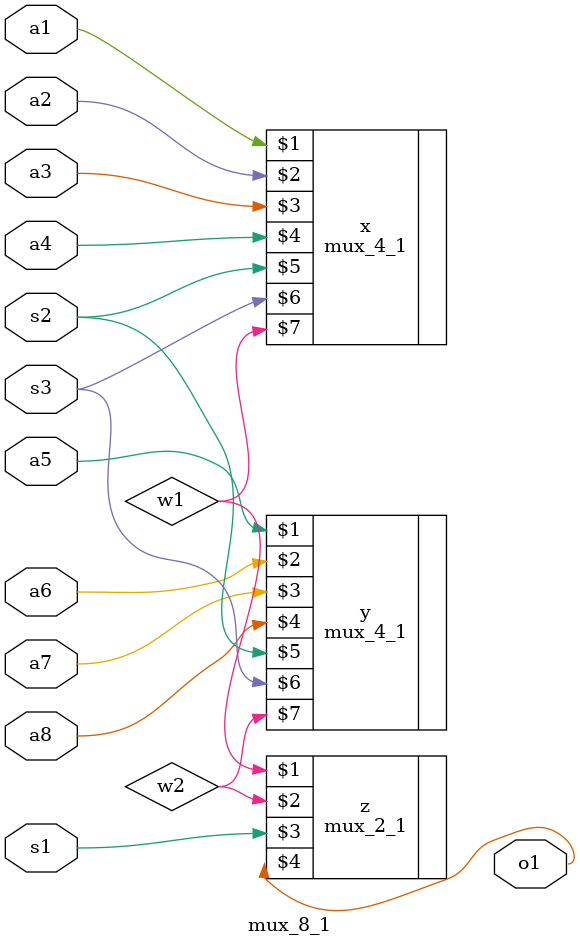
<source format=v>
`timescale 1ns / 1ps
`include "mux_4_1.v"

module mux_8_1(
	 input a1,
	 input a2,
	 input a3,
	 input a4,
	 input a5,
	 input a6,
	 input a7,
	 input a8,
    input s1,
    input s2,
    input s3,
    output o1
    );
	
	
	mux_4_1 x (a1, a2, a3, a4, s2, s3, w1);
	mux_4_1 y (a5, a6, a7, a8, s2, s3, w2);
	mux_2_1 z (w1, w2, s1, o1);

endmodule

</source>
